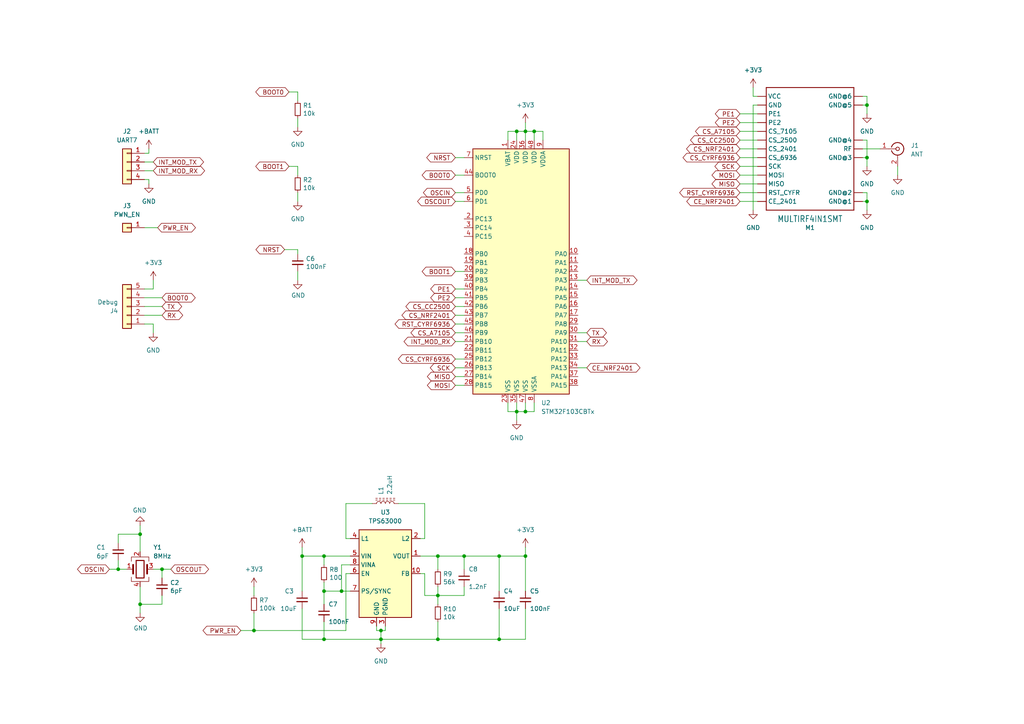
<source format=kicad_sch>
(kicad_sch (version 20211123) (generator eeschema)
  (paper "A4")
  (lib_symbols
    (symbol "Connector:Conn_Coaxial" (pin_names (offset 1.016) hide)
      (property "Reference" "J" (at 0.254 3.048 0))
      (property "Value" "Conn_Coaxial" (at 2.921 0 90))
      (symbol "Conn_Coaxial_0_1"
        (arc (start -1.778 -0.508) (mid 0.2311 -1.8066) (end 1.778 0) (stroke (width 0.254)))
        (polyline (pts (xy -2.54 0) (xy -0.508 0)))
        (polyline (pts (xy 0 -2.54) (xy 0 -1.778)))
        (circle (center 0 0) (radius 0.508) (stroke (width 0.2032)))
        (arc (start 1.778 0) (mid 0.2099 1.8101) (end -1.778 0.508) (stroke (width 0.254)))
      )
      (symbol "Conn_Coaxial_1_1"
        (pin passive line (at -5.08 0 0) (length 2.54) (name "In") (number "1"))
        (pin passive line (at 0 -5.08 90) (length 2.54) (name "Ext") (number "2"))
      )
    )
    (symbol "Connector_Generic:Conn_01x01" (pin_names (offset 1.016) hide)
      (property "Reference" "J" (at 0 2.54 0))
      (property "Value" "Conn_01x01" (at 0 -2.54 0))
      (symbol "Conn_01x01_1_1"
        (rectangle (start -1.27 0.127) (end 0 -0.127) (stroke (width 0.1524)))
        (rectangle (start -1.27 1.27) (end 1.27 -1.27) (stroke (width 0.254)) (fill (type background)))
        (pin passive line (at -5.08 0 0) (length 3.81) (name "Pin_1") (number "1"))
      )
    )
    (symbol "Connector_Generic:Conn_01x04" (pin_names (offset 1.016) hide)
      (property "Reference" "J" (at 0 5.08 0))
      (property "Value" "Conn_01x04" (at 0 -7.62 0))
      (symbol "Conn_01x04_1_1"
        (rectangle (start -1.27 -4.953) (end 0 -5.207) (stroke (width 0.1524)))
        (rectangle (start -1.27 -2.413) (end 0 -2.667) (stroke (width 0.1524)))
        (rectangle (start -1.27 0.127) (end 0 -0.127) (stroke (width 0.1524)))
        (rectangle (start -1.27 2.667) (end 0 2.413) (stroke (width 0.1524)))
        (rectangle (start -1.27 3.81) (end 1.27 -6.35) (stroke (width 0.254)) (fill (type background)))
        (pin passive line (at -5.08 2.54 0) (length 3.81) (name "Pin_1") (number "1"))
        (pin passive line (at -5.08 0 0) (length 3.81) (name "Pin_2") (number "2"))
        (pin passive line (at -5.08 -2.54 0) (length 3.81) (name "Pin_3") (number "3"))
        (pin passive line (at -5.08 -5.08 0) (length 3.81) (name "Pin_4") (number "4"))
      )
    )
    (symbol "Connector_Generic:Conn_01x05" (pin_names (offset 1.016) hide)
      (property "Reference" "J" (at 0 7.62 0))
      (property "Value" "Conn_01x05" (at 0 -7.62 0))
      (symbol "Conn_01x05_1_1"
        (rectangle (start -1.27 -4.953) (end 0 -5.207) (stroke (width 0.1524)))
        (rectangle (start -1.27 -2.413) (end 0 -2.667) (stroke (width 0.1524)))
        (rectangle (start -1.27 0.127) (end 0 -0.127) (stroke (width 0.1524)))
        (rectangle (start -1.27 2.667) (end 0 2.413) (stroke (width 0.1524)))
        (rectangle (start -1.27 5.207) (end 0 4.953) (stroke (width 0.1524)))
        (rectangle (start -1.27 6.35) (end 1.27 -6.35) (stroke (width 0.254)) (fill (type background)))
        (pin passive line (at -5.08 5.08 0) (length 3.81) (name "Pin_1") (number "1"))
        (pin passive line (at -5.08 2.54 0) (length 3.81) (name "Pin_2") (number "2"))
        (pin passive line (at -5.08 0 0) (length 3.81) (name "Pin_3") (number "3"))
        (pin passive line (at -5.08 -2.54 0) (length 3.81) (name "Pin_4") (number "4"))
        (pin passive line (at -5.08 -5.08 0) (length 3.81) (name "Pin_5") (number "5"))
      )
    )
    (symbol "Device:C_Small" (pin_numbers hide) (pin_names (offset 0.254) hide)
      (property "Reference" "C" (at 0.254 1.778 0))
      (property "Value" "C_Small" (at 0.254 -2.032 0))
      (symbol "C_Small_0_1"
        (polyline (pts (xy -1.524 -0.508) (xy 1.524 -0.508)) (stroke (width 0.3302)))
        (polyline (pts (xy -1.524 0.508) (xy 1.524 0.508)) (stroke (width 0.3048)))
      )
      (symbol "C_Small_1_1"
        (pin passive line (at 0 2.54 270) (length 2.032) (name "~") (number "1"))
        (pin passive line (at 0 -2.54 90) (length 2.032) (name "~") (number "2"))
      )
    )
    (symbol "Device:Crystal_GND24" (pin_names (offset 1.016) hide)
      (property "Reference" "Y" (at 3.175 5.08 0))
      (property "Value" "Crystal_GND24" (at 3.175 3.175 0))
      (symbol "Crystal_GND24_0_1"
        (rectangle (start -1.143 2.54) (end 1.143 -2.54) (stroke (width 0.3048)))
        (polyline (pts (xy -2.54 0) (xy -2.032 0)))
        (polyline (pts (xy -2.032 -1.27) (xy -2.032 1.27)) (stroke (width 0.508)))
        (polyline (pts (xy 0 -3.81) (xy 0 -3.556)))
        (polyline (pts (xy 0 3.556) (xy 0 3.81)))
        (polyline (pts (xy 2.032 -1.27) (xy 2.032 1.27)) (stroke (width 0.508)))
        (polyline (pts (xy 2.032 0) (xy 2.54 0)))
        (polyline (pts (xy -2.54 -2.286) (xy -2.54 -3.556) (xy 2.54 -3.556) (xy 2.54 -2.286)))
        (polyline (pts (xy -2.54 2.286) (xy -2.54 3.556) (xy 2.54 3.556) (xy 2.54 2.286)))
      )
      (symbol "Crystal_GND24_1_1"
        (pin passive line (at -3.81 0 0) (length 1.27) (name "1") (number "1"))
        (pin passive line (at 0 5.08 270) (length 1.27) (name "2") (number "2"))
        (pin passive line (at 3.81 0 180) (length 1.27) (name "3") (number "3"))
        (pin passive line (at 0 -5.08 90) (length 1.27) (name "4") (number "4"))
      )
    )
    (symbol "Device:L_Ferrite" (pin_numbers hide) (pin_names (offset 1.016) hide)
      (property "Reference" "L" (at -1.27 0 90))
      (property "Value" "L_Ferrite" (at 2.794 0 90))
      (symbol "L_Ferrite_0_1"
        (arc (start 0 -2.54) (mid 0.635 -1.905) (end 0 -1.27))
        (arc (start 0 -1.27) (mid 0.635 -0.635) (end 0 0))
        (polyline (pts (xy 1.016 -2.794) (xy 1.016 -2.286)))
        (polyline (pts (xy 1.016 -1.778) (xy 1.016 -1.27)))
        (polyline (pts (xy 1.016 -0.762) (xy 1.016 -0.254)))
        (polyline (pts (xy 1.016 0.254) (xy 1.016 0.762)))
        (polyline (pts (xy 1.016 1.27) (xy 1.016 1.778)))
        (polyline (pts (xy 1.016 2.286) (xy 1.016 2.794)))
        (polyline (pts (xy 1.524 -2.286) (xy 1.524 -2.794)))
        (polyline (pts (xy 1.524 -1.27) (xy 1.524 -1.778)))
        (polyline (pts (xy 1.524 -0.254) (xy 1.524 -0.762)))
        (polyline (pts (xy 1.524 0.762) (xy 1.524 0.254)))
        (polyline (pts (xy 1.524 1.778) (xy 1.524 1.27)))
        (polyline (pts (xy 1.524 2.794) (xy 1.524 2.286)))
        (arc (start 0 0) (mid 0.635 0.635) (end 0 1.27))
        (arc (start 0 1.27) (mid 0.635 1.905) (end 0 2.54))
      )
      (symbol "L_Ferrite_1_1"
        (pin passive line (at 0 3.81 270) (length 1.27) (name "1") (number "1"))
        (pin passive line (at 0 -3.81 90) (length 1.27) (name "2") (number "2"))
      )
    )
    (symbol "Device:R_Small" (pin_numbers hide) (pin_names (offset 0.254) hide)
      (property "Reference" "R" (at 0.762 0.508 0))
      (property "Value" "R_Small" (at 0.762 -1.016 0))
      (symbol "R_Small_0_1"
        (rectangle (start -0.762 1.778) (end 0.762 -1.778) (stroke (width 0.2032)))
      )
      (symbol "R_Small_1_1"
        (pin passive line (at 0 2.54 270) (length 0.762) (name "~") (number "1"))
        (pin passive line (at 0 -2.54 90) (length 0.762) (name "~") (number "2"))
      )
    )
    (symbol "MCU_ST_STM32F1:STM32F103CBTx"
      (property "Reference" "U" (at -15.24 36.83 0))
      (property "Value" "STM32F103CBTx" (at 7.62 36.83 0))
      (symbol "STM32F103CBTx_0_1"
        (rectangle (start -15.24 -35.56) (end 12.7 35.56) (stroke (width 0.254)) (fill (type background)))
      )
      (symbol "STM32F103CBTx_1_1"
        (pin power_in line (at -5.08 38.1 270) (length 2.54) (name "VBAT") (number "1"))
        (pin bidirectional line (at 15.24 5.08 180) (length 2.54) (name "PA0") (number "10"))
        (pin bidirectional line (at 15.24 2.54 180) (length 2.54) (name "PA1") (number "11"))
        (pin bidirectional line (at 15.24 0 180) (length 2.54) (name "PA2") (number "12"))
        (pin bidirectional line (at 15.24 -2.54 180) (length 2.54) (name "PA3") (number "13"))
        (pin bidirectional line (at 15.24 -5.08 180) (length 2.54) (name "PA4") (number "14"))
        (pin bidirectional line (at 15.24 -7.62 180) (length 2.54) (name "PA5") (number "15"))
        (pin bidirectional line (at 15.24 -10.16 180) (length 2.54) (name "PA6") (number "16"))
        (pin bidirectional line (at 15.24 -12.7 180) (length 2.54) (name "PA7") (number "17"))
        (pin bidirectional line (at -17.78 5.08 0) (length 2.54) (name "PB0") (number "18"))
        (pin bidirectional line (at -17.78 2.54 0) (length 2.54) (name "PB1") (number "19"))
        (pin bidirectional line (at -17.78 15.24 0) (length 2.54) (name "PC13") (number "2"))
        (pin bidirectional line (at -17.78 0 0) (length 2.54) (name "PB2") (number "20"))
        (pin bidirectional line (at -17.78 -20.32 0) (length 2.54) (name "PB10") (number "21"))
        (pin bidirectional line (at -17.78 -22.86 0) (length 2.54) (name "PB11") (number "22"))
        (pin power_in line (at -5.08 -38.1 90) (length 2.54) (name "VSS") (number "23"))
        (pin power_in line (at -2.54 38.1 270) (length 2.54) (name "VDD") (number "24"))
        (pin bidirectional line (at -17.78 -25.4 0) (length 2.54) (name "PB12") (number "25"))
        (pin bidirectional line (at -17.78 -27.94 0) (length 2.54) (name "PB13") (number "26"))
        (pin bidirectional line (at -17.78 -30.48 0) (length 2.54) (name "PB14") (number "27"))
        (pin bidirectional line (at -17.78 -33.02 0) (length 2.54) (name "PB15") (number "28"))
        (pin bidirectional line (at 15.24 -15.24 180) (length 2.54) (name "PA8") (number "29"))
        (pin bidirectional line (at -17.78 12.7 0) (length 2.54) (name "PC14") (number "3"))
        (pin bidirectional line (at 15.24 -17.78 180) (length 2.54) (name "PA9") (number "30"))
        (pin bidirectional line (at 15.24 -20.32 180) (length 2.54) (name "PA10") (number "31"))
        (pin bidirectional line (at 15.24 -22.86 180) (length 2.54) (name "PA11") (number "32"))
        (pin bidirectional line (at 15.24 -25.4 180) (length 2.54) (name "PA12") (number "33"))
        (pin bidirectional line (at 15.24 -27.94 180) (length 2.54) (name "PA13") (number "34"))
        (pin power_in line (at -2.54 -38.1 90) (length 2.54) (name "VSS") (number "35"))
        (pin power_in line (at 0 38.1 270) (length 2.54) (name "VDD") (number "36"))
        (pin bidirectional line (at 15.24 -30.48 180) (length 2.54) (name "PA14") (number "37"))
        (pin bidirectional line (at 15.24 -33.02 180) (length 2.54) (name "PA15") (number "38"))
        (pin bidirectional line (at -17.78 -2.54 0) (length 2.54) (name "PB3") (number "39"))
        (pin bidirectional line (at -17.78 10.16 0) (length 2.54) (name "PC15") (number "4"))
        (pin bidirectional line (at -17.78 -5.08 0) (length 2.54) (name "PB4") (number "40"))
        (pin bidirectional line (at -17.78 -7.62 0) (length 2.54) (name "PB5") (number "41"))
        (pin bidirectional line (at -17.78 -10.16 0) (length 2.54) (name "PB6") (number "42"))
        (pin bidirectional line (at -17.78 -12.7 0) (length 2.54) (name "PB7") (number "43"))
        (pin input line (at -17.78 27.94 0) (length 2.54) (name "BOOT0") (number "44"))
        (pin bidirectional line (at -17.78 -15.24 0) (length 2.54) (name "PB8") (number "45"))
        (pin bidirectional line (at -17.78 -17.78 0) (length 2.54) (name "PB9") (number "46"))
        (pin power_in line (at 0 -38.1 90) (length 2.54) (name "VSS") (number "47"))
        (pin power_in line (at 2.54 38.1 270) (length 2.54) (name "VDD") (number "48"))
        (pin input line (at -17.78 22.86 0) (length 2.54) (name "PD0") (number "5"))
        (pin input line (at -17.78 20.32 0) (length 2.54) (name "PD1") (number "6"))
        (pin input line (at -17.78 33.02 0) (length 2.54) (name "NRST") (number "7"))
        (pin power_in line (at 2.54 -38.1 90) (length 2.54) (name "VSSA") (number "8"))
        (pin power_in line (at 5.08 38.1 270) (length 2.54) (name "VDDA") (number "9"))
      )
    )
    (symbol "Multi:MULTIRF4IN1SMT"
      (property "Reference" "M" (at -12.7 21.59 0))
      (property "Value" "MULTIRF4IN1SMT" (at -12.7 -16.51 0))
      (symbol "MULTIRF4IN1SMT_1_0"
        (polyline (pts (xy -12.7 -15.24) (xy 12.7 -15.24)) (stroke (width 0.254)))
        (polyline (pts (xy -12.7 20.32) (xy -12.7 -15.24)) (stroke (width 0.254)))
        (polyline (pts (xy 12.7 -15.24) (xy 12.7 20.32)) (stroke (width 0.254)))
        (polyline (pts (xy 12.7 20.32) (xy -12.7 20.32)) (stroke (width 0.254)))
        (pin bidirectional line (at 15.24 17.78 180) (length 2.54) (name "CE_2401") (number "CE_2401"))
        (pin bidirectional line (at 15.24 2.54 180) (length 2.54) (name "CS_2401") (number "CS_2401"))
        (pin bidirectional line (at 15.24 0 180) (length 2.54) (name "CS_2500") (number "CS_2500"))
        (pin bidirectional line (at 15.24 5.08 180) (length 2.54) (name "CS_6936") (number "CS_6936"))
        (pin bidirectional line (at 15.24 -2.54 180) (length 2.54) (name "CS_7105") (number "CS_7105"))
        (pin power_in line (at 15.24 -10.16 180) (length 2.54) (name "GND") (number "GND"))
        (pin power_in line (at -15.24 17.78 0) (length 2.54) (name "GND@1") (number "GND@1"))
        (pin power_in line (at -15.24 15.24 0) (length 2.54) (name "GND@2") (number "GND@2"))
        (pin power_in line (at -15.24 5.08 0) (length 2.54) (name "GND@3") (number "GND@3"))
        (pin power_in line (at -15.24 0 0) (length 2.54) (name "GND@4") (number "GND@4"))
        (pin power_in line (at -15.24 -10.16 0) (length 2.54) (name "GND@5") (number "GND@5"))
        (pin power_in line (at -15.24 -12.7 0) (length 2.54) (name "GND@6") (number "GND@6"))
        (pin bidirectional line (at 15.24 12.7 180) (length 2.54) (name "MISO") (number "MISO"))
        (pin bidirectional line (at 15.24 10.16 180) (length 2.54) (name "MOSI") (number "MOSI"))
        (pin bidirectional line (at 15.24 -7.62 180) (length 2.54) (name "PE1") (number "PE1"))
        (pin bidirectional line (at 15.24 -5.08 180) (length 2.54) (name "PE2") (number "PE2"))
        (pin output line (at -15.24 2.54 0) (length 2.54) (name "RF") (number "RF"))
        (pin bidirectional line (at 15.24 15.24 180) (length 2.54) (name "RST_CYFR") (number "RST_CYFR"))
        (pin bidirectional line (at 15.24 7.62 180) (length 2.54) (name "SCK") (number "SCK"))
        (pin power_in line (at 15.24 -12.7 180) (length 2.54) (name "VCC") (number "VCC"))
      )
    )
    (symbol "Regulator_Switching:TPS63000"
      (property "Reference" "U" (at -7.62 13.97 0))
      (property "Value" "TPS63000" (at 5.08 13.97 0))
      (symbol "TPS63000_0_1"
        (rectangle (start -7.62 12.7) (end 7.62 -12.7) (stroke (width 0.254)) (fill (type background)))
      )
      (symbol "TPS63000_1_1"
        (pin power_out line (at 10.16 5.08 180) (length 2.54) (name "VOUT") (number "1"))
        (pin input line (at 10.16 0 180) (length 2.54) (name "FB") (number "10"))
        (pin passive line (at 0 -15.24 90) (length 2.54) hide (name "PGND") (number "11"))
        (pin input line (at 10.16 10.16 180) (length 2.54) (name "L2") (number "2"))
        (pin power_in line (at 0 -15.24 90) (length 2.54) (name "PGND") (number "3"))
        (pin input line (at -10.16 10.16 0) (length 2.54) (name "L1") (number "4"))
        (pin power_in line (at -10.16 5.08 0) (length 2.54) (name "VIN") (number "5"))
        (pin input line (at -10.16 0 0) (length 2.54) (name "EN") (number "6"))
        (pin input line (at -10.16 -5.08 0) (length 2.54) (name "PS/SYNC") (number "7"))
        (pin power_in line (at -10.16 2.54 0) (length 2.54) (name "VINA") (number "8"))
        (pin power_in line (at -2.54 -15.24 90) (length 2.54) (name "GND") (number "9"))
      )
    )
    (symbol "power:+3V3" (power) (pin_names (offset 0))
      (property "Value" "+3V3" (at 0 3.556 0))
      (symbol "+3V3_0_1"
        (polyline (pts (xy -0.762 1.27) (xy 0 2.54)))
        (polyline (pts (xy 0 0) (xy 0 2.54)))
        (polyline (pts (xy 0 2.54) (xy 0.762 1.27)))
      )
      (symbol "+3V3_1_1"
        (pin power_in line (at 0 0 90) (length 0) hide (name "+3V3") (number "1"))
      )
    )
    (symbol "power:+BATT" (power) (pin_names (offset 0))
      (property "Value" "+BATT" (at 0 3.556 0))
      (symbol "+BATT_0_1"
        (polyline (pts (xy -0.762 1.27) (xy 0 2.54)))
        (polyline (pts (xy 0 0) (xy 0 2.54)))
        (polyline (pts (xy 0 2.54) (xy 0.762 1.27)))
      )
      (symbol "+BATT_1_1"
        (pin power_in line (at 0 0 90) (length 0) hide (name "+BATT") (number "1"))
      )
    )
    (symbol "power:GND" (power) (pin_names (offset 0))
      (property "Value" "GND" (at 0 -3.81 0))
      (symbol "GND_0_1"
        (polyline (pts (xy 0 0) (xy 0 -1.27) (xy 1.27 -1.27) (xy 0 -2.54) (xy -1.27 -1.27) (xy 0 -1.27)))
      )
      (symbol "GND_1_1"
        (pin power_in line (at 0 0 270) (length 0) hide (name "GND") (number "1"))
      )
    )
  )
  (junction (at 93.98 185.42))
  (junction (at 73.66 182.88))
  (junction (at 149.86 38.1))
  (junction (at 134.62 161.29))
  (junction (at 127 161.29))
  (junction (at 127 185.42))
  (junction (at 154.94 38.1))
  (junction (at 34.29 165.1))
  (junction (at 110.49 185.42))
  (junction (at 152.4 119.38))
  (junction (at 251.46 58.42))
  (junction (at 40.64 154.94))
  (junction (at 149.86 119.38))
  (junction (at 46.99 165.1))
  (junction (at 144.78 185.42))
  (junction (at 152.4 161.29))
  (junction (at 144.78 161.29))
  (junction (at 99.06 171.45))
  (junction (at 251.46 30.48))
  (junction (at 127 172.72))
  (junction (at 152.4 38.1))
  (junction (at 87.63 161.29))
  (junction (at 93.98 161.29))
  (junction (at 40.64 175.26))
  (junction (at 251.46 45.72))
  (junction (at 110.49 182.88))
  (junction (at 93.98 171.45))
  (wire (pts (xy 123.19 146.05) (xy 123.19 156.21)))
  (wire (pts (xy 250.19 27.94) (xy 251.46 27.94)))
  (wire (pts (xy 109.22 181.61) (xy 109.22 182.88)))
  (wire (pts (xy 144.78 161.29) (xy 152.4 161.29)))
  (wire (pts (xy 83.82 26.67) (xy 86.36 26.67)))
  (wire (pts (xy 44.45 81.28) (xy 44.45 83.82)))
  (wire (pts (xy 34.29 157.48) (xy 34.29 154.94)))
  (wire (pts (xy 154.94 38.1) (xy 154.94 40.64)))
  (wire (pts (xy 110.49 185.42) (xy 127 185.42)))
  (wire (pts (xy 87.63 161.29) (xy 93.98 161.29)))
  (wire (pts (xy 87.63 185.42) (xy 93.98 185.42)))
  (wire (pts (xy 123.19 172.72) (xy 123.19 166.37)))
  (wire (pts (xy 132.08 99.06) (xy 134.62 99.06)))
  (wire (pts (xy 40.64 152.4) (xy 40.64 154.94)))
  (wire (pts (xy 87.63 176.53) (xy 87.63 185.42)))
  (wire (pts (xy 127 161.29) (xy 127 165.1)))
  (wire (pts (xy 111.76 182.88) (xy 111.76 181.61)))
  (wire (pts (xy 41.91 46.99) (xy 44.45 46.99)))
  (wire (pts (xy 93.98 168.91) (xy 93.98 171.45)))
  (wire (pts (xy 110.49 182.88) (xy 110.49 185.42)))
  (wire (pts (xy 46.99 175.26) (xy 40.64 175.26)))
  (wire (pts (xy 34.29 162.56) (xy 34.29 165.1)))
  (wire (pts (xy 154.94 119.38) (xy 152.4 119.38)))
  (wire (pts (xy 43.18 44.45) (xy 43.18 43.18)))
  (wire (pts (xy 127 172.72) (xy 123.19 172.72)))
  (wire (pts (xy 93.98 171.45) (xy 99.06 171.45)))
  (wire (pts (xy 132.08 111.76) (xy 134.62 111.76)))
  (wire (pts (xy 127 180.34) (xy 127 185.42)))
  (wire (pts (xy 132.08 104.14) (xy 134.62 104.14)))
  (wire (pts (xy 34.29 165.1) (xy 36.83 165.1)))
  (wire (pts (xy 251.46 55.88) (xy 251.46 58.42)))
  (wire (pts (xy 127 161.29) (xy 134.62 161.29)))
  (wire (pts (xy 46.99 167.64) (xy 46.99 165.1)))
  (wire (pts (xy 127 172.72) (xy 127 175.26)))
  (wire (pts (xy 219.71 27.94) (xy 218.44 27.94)))
  (wire (pts (xy 99.06 163.83) (xy 101.6 163.83)))
  (wire (pts (xy 218.44 30.48) (xy 219.71 30.48)))
  (wire (pts (xy 132.08 88.9) (xy 134.62 88.9)))
  (wire (pts (xy 115.57 146.05) (xy 123.19 146.05)))
  (wire (pts (xy 110.49 185.42) (xy 110.49 186.69)))
  (wire (pts (xy 73.66 170.18) (xy 73.66 172.72)))
  (wire (pts (xy 144.78 176.53) (xy 144.78 185.42)))
  (wire (pts (xy 250.19 40.64) (xy 251.46 40.64)))
  (wire (pts (xy 132.08 93.98) (xy 134.62 93.98)))
  (wire (pts (xy 93.98 161.29) (xy 93.98 163.83)))
  (wire (pts (xy 40.64 154.94) (xy 40.64 160.02)))
  (wire (pts (xy 127 170.18) (xy 127 172.72)))
  (wire (pts (xy 31.75 165.1) (xy 34.29 165.1)))
  (wire (pts (xy 73.66 177.8) (xy 73.66 182.88)))
  (wire (pts (xy 99.06 171.45) (xy 101.6 171.45)))
  (wire (pts (xy 218.44 27.94) (xy 218.44 25.4)))
  (wire (pts (xy 83.82 48.26) (xy 86.36 48.26)))
  (wire (pts (xy 144.78 185.42) (xy 152.4 185.42)))
  (wire (pts (xy 134.62 161.29) (xy 144.78 161.29)))
  (wire (pts (xy 149.86 116.84) (xy 149.86 119.38)))
  (wire (pts (xy 260.35 48.26) (xy 260.35 50.8)))
  (wire (pts (xy 93.98 161.29) (xy 101.6 161.29)))
  (wire (pts (xy 214.63 43.18) (xy 219.71 43.18)))
  (wire (pts (xy 41.91 86.36) (xy 46.99 86.36)))
  (wire (pts (xy 152.4 38.1) (xy 154.94 38.1)))
  (wire (pts (xy 132.08 96.52) (xy 134.62 96.52)))
  (wire (pts (xy 46.99 172.72) (xy 46.99 175.26)))
  (wire (pts (xy 251.46 40.64) (xy 251.46 45.72)))
  (wire (pts (xy 107.95 146.05) (xy 100.33 146.05)))
  (wire (pts (xy 167.64 96.52) (xy 170.18 96.52)))
  (wire (pts (xy 100.33 156.21) (xy 101.6 156.21)))
  (wire (pts (xy 86.36 34.29) (xy 86.36 36.83)))
  (wire (pts (xy 152.4 158.75) (xy 152.4 161.29)))
  (wire (pts (xy 147.32 40.64) (xy 147.32 38.1)))
  (wire (pts (xy 250.19 55.88) (xy 251.46 55.88)))
  (wire (pts (xy 214.63 50.8) (xy 219.71 50.8)))
  (wire (pts (xy 86.36 55.88) (xy 86.36 58.42)))
  (wire (pts (xy 251.46 27.94) (xy 251.46 30.48)))
  (wire (pts (xy 127 185.42) (xy 144.78 185.42)))
  (wire (pts (xy 214.63 38.1) (xy 219.71 38.1)))
  (wire (pts (xy 167.64 81.28) (xy 170.18 81.28)))
  (wire (pts (xy 154.94 38.1) (xy 157.48 38.1)))
  (wire (pts (xy 132.08 55.88) (xy 134.62 55.88)))
  (wire (pts (xy 87.63 158.75) (xy 87.63 161.29)))
  (wire (pts (xy 154.94 116.84) (xy 154.94 119.38)))
  (wire (pts (xy 132.08 45.72) (xy 134.62 45.72)))
  (wire (pts (xy 214.63 40.64) (xy 219.71 40.64)))
  (wire (pts (xy 250.19 30.48) (xy 251.46 30.48)))
  (wire (pts (xy 99.06 171.45) (xy 99.06 163.83)))
  (wire (pts (xy 152.4 119.38) (xy 149.86 119.38)))
  (wire (pts (xy 41.91 88.9) (xy 46.99 88.9)))
  (wire (pts (xy 100.33 166.37) (xy 100.33 182.88)))
  (wire (pts (xy 218.44 60.96) (xy 218.44 30.48)))
  (wire (pts (xy 152.4 35.56) (xy 152.4 38.1)))
  (wire (pts (xy 86.36 48.26) (xy 86.36 50.8)))
  (wire (pts (xy 214.63 33.02) (xy 219.71 33.02)))
  (wire (pts (xy 152.4 38.1) (xy 152.4 40.64)))
  (wire (pts (xy 86.36 78.74) (xy 86.36 81.28)))
  (wire (pts (xy 250.19 43.18) (xy 255.27 43.18)))
  (wire (pts (xy 214.63 55.88) (xy 219.71 55.88)))
  (wire (pts (xy 34.29 154.94) (xy 40.64 154.94)))
  (wire (pts (xy 46.99 165.1) (xy 49.53 165.1)))
  (wire (pts (xy 134.62 170.18) (xy 134.62 172.72)))
  (wire (pts (xy 214.63 53.34) (xy 219.71 53.34)))
  (wire (pts (xy 132.08 50.8) (xy 134.62 50.8)))
  (wire (pts (xy 132.08 58.42) (xy 134.62 58.42)))
  (wire (pts (xy 144.78 161.29) (xy 144.78 171.45)))
  (wire (pts (xy 147.32 119.38) (xy 147.32 116.84)))
  (wire (pts (xy 44.45 93.98) (xy 44.45 96.52)))
  (wire (pts (xy 40.64 175.26) (xy 40.64 177.8)))
  (wire (pts (xy 250.19 45.72) (xy 251.46 45.72)))
  (wire (pts (xy 41.91 93.98) (xy 44.45 93.98)))
  (wire (pts (xy 132.08 106.68) (xy 134.62 106.68)))
  (wire (pts (xy 251.46 45.72) (xy 251.46 48.26)))
  (wire (pts (xy 132.08 78.74) (xy 134.62 78.74)))
  (wire (pts (xy 134.62 161.29) (xy 134.62 165.1)))
  (wire (pts (xy 44.45 165.1) (xy 46.99 165.1)))
  (wire (pts (xy 134.62 172.72) (xy 127 172.72)))
  (wire (pts (xy 110.49 182.88) (xy 111.76 182.88)))
  (wire (pts (xy 82.55 72.39) (xy 86.36 72.39)))
  (wire (pts (xy 214.63 35.56) (xy 219.71 35.56)))
  (wire (pts (xy 123.19 166.37) (xy 121.92 166.37)))
  (wire (pts (xy 86.36 72.39) (xy 86.36 73.66)))
  (wire (pts (xy 86.36 26.67) (xy 86.36 29.21)))
  (wire (pts (xy 123.19 156.21) (xy 121.92 156.21)))
  (wire (pts (xy 121.92 161.29) (xy 127 161.29)))
  (wire (pts (xy 93.98 185.42) (xy 110.49 185.42)))
  (wire (pts (xy 214.63 58.42) (xy 219.71 58.42)))
  (wire (pts (xy 251.46 58.42) (xy 251.46 60.96)))
  (wire (pts (xy 41.91 44.45) (xy 43.18 44.45)))
  (wire (pts (xy 87.63 161.29) (xy 87.63 171.45)))
  (wire (pts (xy 132.08 109.22) (xy 134.62 109.22)))
  (wire (pts (xy 149.86 119.38) (xy 147.32 119.38)))
  (wire (pts (xy 157.48 38.1) (xy 157.48 40.64)))
  (wire (pts (xy 152.4 116.84) (xy 152.4 119.38)))
  (wire (pts (xy 132.08 91.44) (xy 134.62 91.44)))
  (wire (pts (xy 251.46 30.48) (xy 251.46 33.02)))
  (wire (pts (xy 101.6 166.37) (xy 100.33 166.37)))
  (wire (pts (xy 147.32 38.1) (xy 149.86 38.1)))
  (wire (pts (xy 250.19 58.42) (xy 251.46 58.42)))
  (wire (pts (xy 167.64 106.68) (xy 170.18 106.68)))
  (wire (pts (xy 152.4 161.29) (xy 152.4 171.45)))
  (wire (pts (xy 214.63 45.72) (xy 219.71 45.72)))
  (wire (pts (xy 100.33 182.88) (xy 73.66 182.88)))
  (wire (pts (xy 149.86 119.38) (xy 149.86 121.92)))
  (wire (pts (xy 40.64 175.26) (xy 40.64 170.18)))
  (wire (pts (xy 93.98 180.34) (xy 93.98 185.42)))
  (wire (pts (xy 41.91 49.53) (xy 44.45 49.53)))
  (wire (pts (xy 41.91 66.04) (xy 45.72 66.04)))
  (wire (pts (xy 41.91 52.07) (xy 43.18 52.07)))
  (wire (pts (xy 69.85 182.88) (xy 73.66 182.88)))
  (wire (pts (xy 149.86 38.1) (xy 152.4 38.1)))
  (wire (pts (xy 132.08 83.82) (xy 134.62 83.82)))
  (wire (pts (xy 152.4 185.42) (xy 152.4 176.53)))
  (wire (pts (xy 109.22 182.88) (xy 110.49 182.88)))
  (wire (pts (xy 41.91 91.44) (xy 46.99 91.44)))
  (wire (pts (xy 214.63 48.26) (xy 219.71 48.26)))
  (wire (pts (xy 149.86 38.1) (xy 149.86 40.64)))
  (wire (pts (xy 132.08 86.36) (xy 134.62 86.36)))
  (wire (pts (xy 41.91 83.82) (xy 44.45 83.82)))
  (wire (pts (xy 100.33 146.05) (xy 100.33 156.21)))
  (wire (pts (xy 93.98 171.45) (xy 93.98 175.26)))
  (wire (pts (xy 167.64 99.06) (xy 170.18 99.06)))
  (wire (pts (xy 43.18 52.07) (xy 43.18 53.34)))
  (global_label "CE_NRF2401" (shape bidirectional) (at 214.63 58.42 180) (property "Intersheet References" "${INTERSHEET_REFS}" (effects hide)))
  (global_label "CS_CYRF6936" (shape bidirectional) (at 132.08 104.14 180) (property "Intersheet References" "${INTERSHEET_REFS}" (effects hide)))
  (global_label "SCK" (shape bidirectional) (at 132.08 106.68 180) (property "Intersheet References" "${INTERSHEET_REFS}" (effects hide)))
  (global_label "OSCIN" (shape bidirectional) (at 31.75 165.1 180) (property "Intersheet References" "${INTERSHEET_REFS}" (effects hide)))
  (global_label "RX" (shape bidirectional) (at 46.99 91.44 0) (property "Intersheet References" "${INTERSHEET_REFS}" (effects hide)))
  (global_label "OSCIN" (shape bidirectional) (at 132.08 55.88 180) (property "Intersheet References" "${INTERSHEET_REFS}" (effects hide)))
  (global_label "INT_MOD_TX" (shape bidirectional) (at 170.18 81.28 0) (property "Intersheet References" "${INTERSHEET_REFS}" (effects hide)))
  (global_label "CS_CYRF6936" (shape bidirectional) (at 214.63 45.72 180) (property "Intersheet References" "${INTERSHEET_REFS}" (effects hide)))
  (global_label "MOSI" (shape bidirectional) (at 214.63 50.8 180) (property "Intersheet References" "${INTERSHEET_REFS}" (effects hide)))
  (global_label "PWR_EN" (shape bidirectional) (at 69.85 182.88 180) (property "Intersheet References" "${INTERSHEET_REFS}" (effects hide)))
  (global_label "BOOT1" (shape bidirectional) (at 132.08 78.74 180) (property "Intersheet References" "${INTERSHEET_REFS}" (effects hide)))
  (global_label "RX" (shape bidirectional) (at 170.18 99.06 0) (property "Intersheet References" "${INTERSHEET_REFS}" (effects hide)))
  (global_label "INT_MOD_RX" (shape bidirectional) (at 44.45 49.53 0) (property "Intersheet References" "${INTERSHEET_REFS}" (effects hide)))
  (global_label "MISO" (shape bidirectional) (at 132.08 109.22 180) (property "Intersheet References" "${INTERSHEET_REFS}" (effects hide)))
  (global_label "OSCOUT" (shape bidirectional) (at 49.53 165.1 0) (property "Intersheet References" "${INTERSHEET_REFS}" (effects hide)))
  (global_label "PE2" (shape bidirectional) (at 214.63 35.56 180) (property "Intersheet References" "${INTERSHEET_REFS}" (effects hide)))
  (global_label "BOOT0" (shape bidirectional) (at 83.82 26.67 180) (property "Intersheet References" "${INTERSHEET_REFS}" (effects hide)))
  (global_label "MISO" (shape bidirectional) (at 214.63 53.34 180) (property "Intersheet References" "${INTERSHEET_REFS}" (effects hide)))
  (global_label "NRST" (shape bidirectional) (at 132.08 45.72 180) (property "Intersheet References" "${INTERSHEET_REFS}" (effects hide)))
  (global_label "CE_NRF2401" (shape bidirectional) (at 170.18 106.68 0) (property "Intersheet References" "${INTERSHEET_REFS}" (effects hide)))
  (global_label "BOOT0" (shape bidirectional) (at 46.99 86.36 0) (property "Intersheet References" "${INTERSHEET_REFS}" (effects hide)))
  (global_label "OSCOUT" (shape bidirectional) (at 132.08 58.42 180) (property "Intersheet References" "${INTERSHEET_REFS}" (effects hide)))
  (global_label "PWR_EN" (shape bidirectional) (at 45.72 66.04 0) (property "Intersheet References" "${INTERSHEET_REFS}" (effects hide)))
  (global_label "CS_NRF2401" (shape bidirectional) (at 214.63 43.18 180) (property "Intersheet References" "${INTERSHEET_REFS}" (effects hide)))
  (global_label "BOOT0" (shape bidirectional) (at 132.08 50.8 180) (property "Intersheet References" "${INTERSHEET_REFS}" (effects hide)))
  (global_label "CS_CC2500" (shape bidirectional) (at 132.08 88.9 180) (property "Intersheet References" "${INTERSHEET_REFS}" (effects hide)))
  (global_label "TX" (shape bidirectional) (at 46.99 88.9 0) (property "Intersheet References" "${INTERSHEET_REFS}" (effects hide)))
  (global_label "INT_MOD_RX" (shape bidirectional) (at 132.08 99.06 180) (property "Intersheet References" "${INTERSHEET_REFS}" (effects hide)))
  (global_label "PE1" (shape bidirectional) (at 214.63 33.02 180) (property "Intersheet References" "${INTERSHEET_REFS}" (effects hide)))
  (global_label "SCK" (shape bidirectional) (at 214.63 48.26 180) (property "Intersheet References" "${INTERSHEET_REFS}" (effects hide)))
  (global_label "CS_A7105" (shape bidirectional) (at 214.63 38.1 180) (property "Intersheet References" "${INTERSHEET_REFS}" (effects hide)))
  (global_label "NRST" (shape bidirectional) (at 82.55 72.39 180) (property "Intersheet References" "${INTERSHEET_REFS}" (effects hide)))
  (global_label "RST_CYRF6936" (shape bidirectional) (at 132.08 93.98 180) (property "Intersheet References" "${INTERSHEET_REFS}" (effects hide)))
  (global_label "MOSI" (shape bidirectional) (at 132.08 111.76 180) (property "Intersheet References" "${INTERSHEET_REFS}" (effects hide)))
  (global_label "PE1" (shape bidirectional) (at 132.08 83.82 180) (property "Intersheet References" "${INTERSHEET_REFS}" (effects hide)))
  (global_label "CS_A7105" (shape bidirectional) (at 132.08 96.52 180) (property "Intersheet References" "${INTERSHEET_REFS}" (effects hide)))
  (global_label "BOOT1" (shape bidirectional) (at 83.82 48.26 180) (property "Intersheet References" "${INTERSHEET_REFS}" (effects hide)))
  (global_label "CS_CC2500" (shape bidirectional) (at 214.63 40.64 180) (property "Intersheet References" "${INTERSHEET_REFS}" (effects hide)))
  (global_label "RST_CYRF6936" (shape bidirectional) (at 214.63 55.88 180) (property "Intersheet References" "${INTERSHEET_REFS}" (effects hide)))
  (global_label "PE2" (shape bidirectional) (at 132.08 86.36 180) (property "Intersheet References" "${INTERSHEET_REFS}" (effects hide)))
  (global_label "CS_NRF2401" (shape bidirectional) (at 132.08 91.44 180) (property "Intersheet References" "${INTERSHEET_REFS}" (effects hide)))
  (global_label "TX" (shape bidirectional) (at 170.18 96.52 0) (property "Intersheet References" "${INTERSHEET_REFS}" (effects hide)))
  (global_label "INT_MOD_TX" (shape bidirectional) (at 44.45 46.99 0) (property "Intersheet References" "${INTERSHEET_REFS}" (effects hide)))
  (symbol (lib_id "Connector_Generic:Conn_01x04") (at 36.83 46.99 0) (mirror y) (unit 1)
    (property "Reference" "J2" (at 36.83 38.1 0))
    (property "Value" "UART7" (at 36.83 40.64 0))
    (property "Footprint" "Others:PinHeader_1x04_P2.54mm_Vertical_SMD_Pin1Left_Holes" (effects hide))
  )
  (symbol (lib_id "Device:C_Small") (at 134.62 167.64 0) (unit 1)
    (property "Reference" "C8" (at 135.89 165.1 0) (effects (justify left)))
    (property "Value" "1.2nF" (at 135.89 170.18 0) (effects (justify left)))
    (property "Footprint" "Capacitor_SMD:C_0603_1608Metric_Pad1.08x0.95mm_HandSolder" (effects hide))
  )
  (symbol (lib_id "power:GND") (at 40.64 177.8 0) (unit 1)
    (property "Reference" "#PWR0103" (effects hide))
    (property "Value" "GND" (at 40.767 182.1942 0))
  )
  (symbol (lib_id "Multi:MULTIRF4IN1SMT") (at 234.95 40.64 180) (unit 1)
    (property "Reference" "M1" (at 234.95 66.04 0))
    (property "Value" "MULTIRF4IN1SMT" (at 234.95 63.5 0) (effects (font (size 1.778 1.5113))))
    (property "Footprint" "Multi:MULTIRF4IN1-SMT" (effects hide))
  )
  (symbol (lib_id "MCU_ST_STM32F1:STM32F103CBTx") (at 152.4 78.74 0) (unit 1)
    (property "Reference" "U2" (at 156.9594 116.84 0) (effects (justify left)))
    (property "Value" "STM32F103CBTx" (at 156.9594 119.38 0) (effects (justify left)))
    (property "Footprint" "Package_QFP:LQFP-48_7x7mm_P0.5mm" (effects hide))
    (property "Datasheet" "http://www.st.com/st-web-ui/static/active/en/resource/technical/document/datasheet/CD00161566.pdf" (effects hide))
  )
  (symbol (lib_id "power:GND") (at 40.64 152.4 180) (unit 1)
    (property "Reference" "#PWR0104" (effects hide))
    (property "Value" "GND" (at 40.513 148.0058 0))
  )
  (symbol (lib_id "Device:R_Small") (at 86.36 31.75 0) (unit 1)
    (property "Reference" "R1" (at 87.8586 30.5816 0) (effects (justify left)))
    (property "Value" "10k" (at 87.8586 32.893 0) (effects (justify left)))
    (property "Footprint" "Resistor_SMD:R_0603_1608Metric_Pad0.98x0.95mm_HandSolder" (effects hide))
  )
  (symbol (lib_id "power:+3V3") (at 73.66 170.18 0) (unit 1)
    (property "Reference" "#PWR0113" (effects hide))
    (property "Value" "+3V3" (at 73.66 165.1 0))
  )
  (symbol (lib_id "power:GND") (at 86.36 58.42 0) (unit 1)
    (property "Reference" "#PWR0110" (effects hide))
    (property "Value" "GND" (at 86.36 63.5 0))
  )
  (symbol (lib_id "Connector_Generic:Conn_01x05") (at 36.83 88.9 180) (unit 1)
    (property "Reference" "J4" (at 34.29 90.1701 0) (effects (justify left)))
    (property "Value" "Debug" (at 34.29 87.6301 0) (effects (justify left)))
    (property "Footprint" "Connector_JST:JST_GH_BM05B-GHS-TBT_1x05-1MP_P1.25mm_Vertical" (effects hide))
  )
  (symbol (lib_id "Device:C_Small") (at 93.98 177.8 0) (unit 1)
    (property "Reference" "C7" (at 95.25 175.26 0) (effects (justify left)))
    (property "Value" "100nF" (at 95.25 180.34 0) (effects (justify left)))
    (property "Footprint" "Capacitor_SMD:C_0603_1608Metric_Pad1.08x0.95mm_HandSolder" (effects hide))
  )
  (symbol (lib_id "power:+3V3") (at 152.4 158.75 0) (unit 1)
    (property "Reference" "#PWR0105" (effects hide))
    (property "Value" "+3V3" (at 152.4 153.67 0))
  )
  (symbol (lib_id "power:GND") (at 218.44 60.96 0) (unit 1)
    (property "Reference" "#PWR04" (effects hide))
    (property "Value" "GND" (at 218.44 66.04 0))
  )
  (symbol (lib_id "power:GND") (at 110.49 186.69 0) (unit 1)
    (property "Reference" "#PWR0106" (effects hide))
    (property "Value" "GND" (at 110.49 191.77 0))
  )
  (symbol (lib_id "power:GND") (at 86.36 81.28 0) (unit 1)
    (property "Reference" "#PWR0108" (effects hide))
    (property "Value" "GND" (at 86.487 85.6742 0))
  )
  (symbol (lib_id "power:GND") (at 86.36 36.83 0) (unit 1)
    (property "Reference" "#PWR0109" (effects hide))
    (property "Value" "GND" (at 86.36 41.91 0))
  )
  (symbol (lib_id "power:GND") (at 149.86 121.92 0) (unit 1)
    (property "Reference" "#PWR01" (effects hide))
    (property "Value" "GND" (at 149.86 127 0))
  )
  (symbol (lib_id "power:+3V3") (at 44.45 81.28 0) (unit 1)
    (property "Reference" "#PWR0111" (effects hide))
    (property "Value" "+3V3" (at 44.45 76.2 0))
  )
  (symbol (lib_id "power:+BATT") (at 43.18 43.18 0) (unit 1)
    (property "Reference" "#PWR0115" (effects hide))
    (property "Value" "+BATT" (at 43.18 38.1 0))
  )
  (symbol (lib_id "Device:C_Small") (at 87.63 173.99 0) (unit 1)
    (property "Reference" "C3" (at 82.55 171.45 0) (effects (justify left)))
    (property "Value" "10uF" (at 81.28 176.53 0) (effects (justify left)))
    (property "Footprint" "Capacitor_SMD:C_0603_1608Metric_Pad1.08x0.95mm_HandSolder" (effects hide))
  )
  (symbol (lib_id "Device:C_Small") (at 86.36 76.2 0) (unit 1)
    (property "Reference" "C6" (at 88.6968 75.0316 0) (effects (justify left)))
    (property "Value" "100nF" (at 88.6968 77.343 0) (effects (justify left)))
    (property "Footprint" "Capacitor_SMD:C_0603_1608Metric_Pad1.08x0.95mm_HandSolder" (effects hide))
  )
  (symbol (lib_id "Connector:Conn_Coaxial") (at 260.35 43.18 0) (unit 1)
    (property "Reference" "J1" (at 264.16 42.2031 0) (effects (justify left)))
    (property "Value" "ANT" (at 264.16 44.7431 0) (effects (justify left)))
    (property "Footprint" "Connector_Coaxial:U.FL_Molex_MCRF_73412-0110_Vertical" (effects hide))
    (property "Datasheet" " ~" (effects hide))
  )
  (symbol (lib_id "power:GND") (at 260.35 50.8 0) (unit 1)
    (property "Reference" "#PWR08" (effects hide))
    (property "Value" "GND" (at 260.35 55.88 0))
  )
  (symbol (lib_id "Device:R_Small") (at 86.36 53.34 0) (unit 1)
    (property "Reference" "R2" (at 87.8586 52.1716 0) (effects (justify left)))
    (property "Value" "10k" (at 87.8586 54.483 0) (effects (justify left)))
    (property "Footprint" "Resistor_SMD:R_0603_1608Metric_Pad0.98x0.95mm_HandSolder" (effects hide))
  )
  (symbol (lib_id "Device:C_Small") (at 46.99 170.18 0) (unit 1)
    (property "Reference" "C2" (at 49.3268 169.0116 0) (effects (justify left)))
    (property "Value" "6pF" (at 49.3268 171.323 0) (effects (justify left)))
    (property "Footprint" "Capacitor_SMD:C_0603_1608Metric_Pad1.08x0.95mm_HandSolder" (effects hide))
  )
  (symbol (lib_id "Device:R_Small") (at 93.98 166.37 0) (unit 1)
    (property "Reference" "R8" (at 95.4786 165.2016 0) (effects (justify left)))
    (property "Value" "100" (at 95.4786 167.513 0) (effects (justify left)))
    (property "Footprint" "Resistor_SMD:R_0603_1608Metric_Pad0.98x0.95mm_HandSolder" (effects hide))
  )
  (symbol (lib_id "Device:C_Small") (at 152.4 173.99 0) (unit 1)
    (property "Reference" "C5" (at 153.67 171.45 0) (effects (justify left)))
    (property "Value" "100nF" (at 153.67 176.53 0) (effects (justify left)))
    (property "Footprint" "Capacitor_SMD:C_0603_1608Metric_Pad1.08x0.95mm_HandSolder" (effects hide))
  )
  (symbol (lib_id "Device:R_Small") (at 127 177.8 0) (unit 1)
    (property "Reference" "R10" (at 128.4986 176.6316 0) (effects (justify left)))
    (property "Value" "10k" (at 128.4986 178.943 0) (effects (justify left)))
    (property "Footprint" "Resistor_SMD:R_0603_1608Metric_Pad0.98x0.95mm_HandSolder" (effects hide))
  )
  (symbol (lib_id "power:GND") (at 251.46 48.26 0) (unit 1)
    (property "Reference" "#PWR06" (effects hide))
    (property "Value" "GND" (at 251.46 53.34 0))
  )
  (symbol (lib_id "Device:R_Small") (at 73.66 175.26 0) (unit 1)
    (property "Reference" "R7" (at 75.1586 174.0916 0) (effects (justify left)))
    (property "Value" "100k" (at 75.1586 176.403 0) (effects (justify left)))
    (property "Footprint" "Resistor_SMD:R_0603_1608Metric_Pad0.98x0.95mm_HandSolder" (effects hide))
  )
  (symbol (lib_id "Device:C_Small") (at 144.78 173.99 0) (unit 1)
    (property "Reference" "C4" (at 146.05 171.45 0) (effects (justify left)))
    (property "Value" "10uF" (at 146.05 176.53 0) (effects (justify left)))
    (property "Footprint" "Capacitor_SMD:C_0603_1608Metric_Pad1.08x0.95mm_HandSolder" (effects hide))
  )
  (symbol (lib_id "Device:R_Small") (at 127 167.64 0) (unit 1)
    (property "Reference" "R9" (at 128.4986 166.4716 0) (effects (justify left)))
    (property "Value" "56k" (at 128.4986 168.783 0) (effects (justify left)))
    (property "Footprint" "Resistor_SMD:R_0603_1608Metric_Pad0.98x0.95mm_HandSolder" (effects hide))
  )
  (symbol (lib_id "power:GND") (at 251.46 60.96 0) (unit 1)
    (property "Reference" "#PWR07" (effects hide))
    (property "Value" "GND" (at 251.46 66.04 0))
  )
  (symbol (lib_id "power:GND") (at 43.18 53.34 0) (unit 1)
    (property "Reference" "#PWR0114" (effects hide))
    (property "Value" "GND" (at 43.18 58.42 0))
  )
  (symbol (lib_id "Device:Crystal_GND24") (at 40.64 165.1 0) (unit 1)
    (property "Reference" "Y1" (at 44.45 158.75 0) (effects (justify left)))
    (property "Value" "8MHz" (at 44.45 161.29 0) (effects (justify left)))
    (property "Footprint" "Oscillator:Oscillator_SMD_Abracon_ASE-4Pin_3.2x2.5mm" (effects hide))
  )
  (symbol (lib_id "power:+BATT") (at 87.63 158.75 0) (unit 1)
    (property "Reference" "#PWR0107" (effects hide))
    (property "Value" "+BATT" (at 87.63 153.67 0))
  )
  (symbol (lib_id "power:GND") (at 251.46 33.02 0) (unit 1)
    (property "Reference" "#PWR05" (effects hide))
    (property "Value" "GND" (at 251.46 38.1 0))
  )
  (symbol (lib_id "power:+3V3") (at 218.44 25.4 0) (unit 1)
    (property "Reference" "#PWR03" (effects hide))
    (property "Value" "+3V3" (at 218.44 20.32 0))
  )
  (symbol (lib_id "Device:L_Ferrite") (at 111.76 146.05 90) (unit 1)
    (property "Reference" "L1" (at 110.4899 143.51 0) (effects (justify left)))
    (property "Value" "2.2uH" (at 113.0299 143.51 0) (effects (justify left)))
    (property "Footprint" "Inductor_SMD:L_Abracon_ASPI-3012S" (effects hide))
  )
  (symbol (lib_id "Connector_Generic:Conn_01x01") (at 36.83 66.04 0) (mirror y) (unit 1)
    (property "Reference" "J3" (at 36.83 59.69 0))
    (property "Value" "PWN_EN" (at 36.83 62.23 0))
    (property "Footprint" "Connector_PinHeader_2.54mm:PinHeader_1x01_P2.54mm_Horizontal" (effects hide))
  )
  (symbol (lib_id "power:GND") (at 44.45 96.52 0) (unit 1)
    (property "Reference" "#PWR0112" (effects hide))
    (property "Value" "GND" (at 44.45 101.6 0))
  )
  (symbol (lib_id "Device:C_Small") (at 34.29 160.02 0) (unit 1)
    (property "Reference" "C1" (at 27.94 158.75 0) (effects (justify left)))
    (property "Value" "6pF" (at 27.94 161.29 0) (effects (justify left)))
    (property "Footprint" "Capacitor_SMD:C_0603_1608Metric_Pad1.08x0.95mm_HandSolder" (effects hide))
  )
  (symbol (lib_id "Regulator_Switching:TPS63000") (at 111.76 166.37 0) (unit 1)
    (property "Reference" "U3" (at 111.76 148.59 0))
    (property "Value" "TPS63000" (at 111.76 151.13 0))
    (property "Footprint" "Package_SON:Texas_DRC0010J_ThermalVias" (effects hide))
    (property "Datasheet" "http://www.ti.com/lit/ds/symlink/tps63000.pdf" (effects hide))
  )
  (symbol (lib_id "power:+3V3") (at 152.4 35.56 0) (unit 1)
    (property "Reference" "#PWR02" (effects hide))
    (property "Value" "+3V3" (at 152.4 30.48 0))
  )
)
</source>
